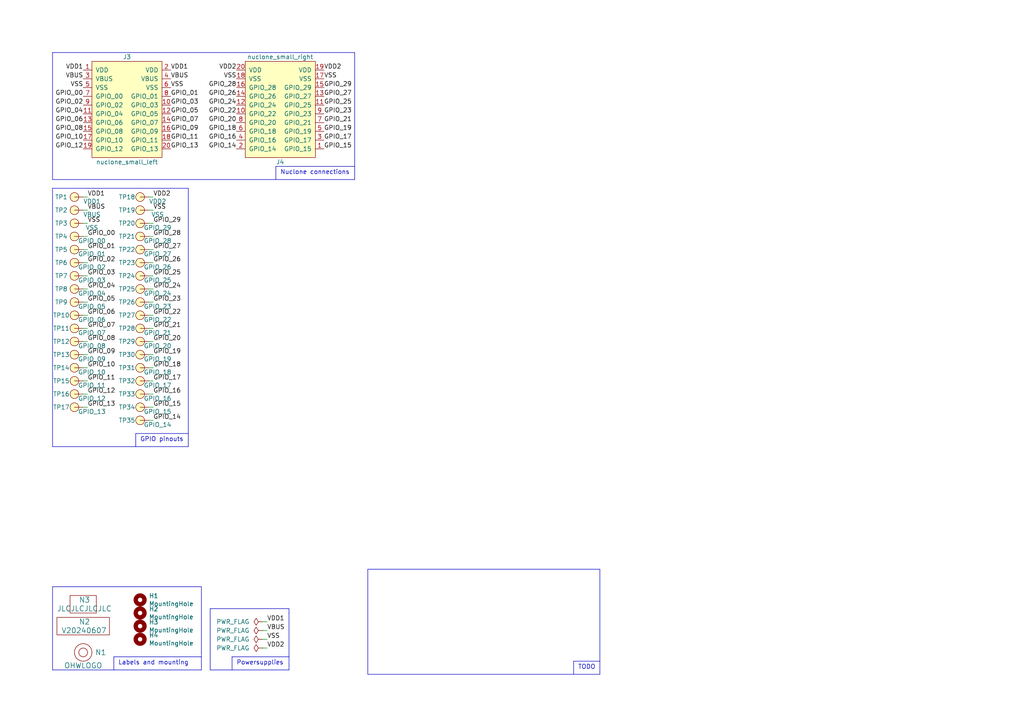
<source format=kicad_sch>
(kicad_sch (version 20231120) (generator "eeschema") (generator_version "8.0")
  (paper "A4")
  (lib_symbols
    (symbol "Mechanical:MountingHole" (pin_names (offset 1.016)) (exclude_from_sim yes) (in_bom no)
      (property "Reference" "H" (at 0 5.08 0))
      (property "Value" "MountingHole" (at 0 3.175 0))
      (symbol "MountingHole_0_1"
        (circle (center 0 0) (radius 1.27) (stroke (width 1.27)))
      )
    )
    (symbol "SquantorConnectorsNamed:nuclone_small_left" (pin_names (offset 1.016))
      (property "Reference" "J" (at 0 15.24 0))
      (property "Value" "nuclone_small_left" (at 0 -15.24 0))
      (symbol "nuclone_small_left_0_1"
        (rectangle (start -10.16 13.97) (end 10.16 -13.97) (fill (type background)))
      )
      (symbol "nuclone_small_left_1_1"
        (pin power_in line (at -12.7 11.43 0) (length 2.54) (name "VDD") (number "1"))
        (pin bidirectional line (at 12.7 1.27 180) (length 2.54) (name "GPIO_03") (number "10"))
        (pin bidirectional line (at -12.7 -1.27 0) (length 2.54) (name "GPIO_04") (number "11"))
        (pin bidirectional line (at 12.7 -1.27 180) (length 2.54) (name "GPIO_05") (number "12"))
        (pin bidirectional line (at -12.7 -3.81 0) (length 2.54) (name "GPIO_06") (number "13"))
        (pin bidirectional line (at 12.7 -3.81 180) (length 2.54) (name "GPIO_07") (number "14"))
        (pin bidirectional line (at -12.7 -6.35 0) (length 2.54) (name "GPIO_08") (number "15"))
        (pin bidirectional line (at 12.7 -6.35 180) (length 2.54) (name "GPIO_09") (number "16"))
        (pin bidirectional line (at -12.7 -8.89 0) (length 2.54) (name "GPIO_10") (number "17"))
        (pin bidirectional line (at 12.7 -8.89 180) (length 2.54) (name "GPIO_11") (number "18"))
        (pin bidirectional line (at -12.7 -11.43 0) (length 2.54) (name "GPIO_12") (number "19"))
        (pin power_in line (at 12.7 11.43 180) (length 2.54) (name "VDD") (number "2"))
        (pin bidirectional line (at 12.7 -11.43 180) (length 2.54) (name "GPIO_13") (number "20"))
        (pin power_in line (at -12.7 8.89 0) (length 2.54) (name "VBUS") (number "3"))
        (pin power_in line (at 12.7 8.89 180) (length 2.54) (name "VBUS") (number "4"))
        (pin power_in line (at -12.7 6.35 0) (length 2.54) (name "VSS") (number "5"))
        (pin power_in line (at 12.7 6.35 180) (length 2.54) (name "VSS") (number "6"))
        (pin bidirectional line (at -12.7 3.81 0) (length 2.54) (name "GPIO_00") (number "7"))
        (pin bidirectional line (at 12.7 3.81 180) (length 2.54) (name "GPIO_01") (number "8"))
        (pin bidirectional line (at -12.7 1.27 0) (length 2.54) (name "GPIO_02") (number "9"))
      )
    )
    (symbol "SquantorConnectorsNamed:nuclone_small_right" (pin_names (offset 1.016))
      (property "Reference" "J" (at 0 -15.24 0))
      (property "Value" "nuclone_small_right" (at 0 15.24 0))
      (symbol "nuclone_small_right_0_1"
        (rectangle (start 10.16 -13.97) (end -10.16 13.97) (fill (type background)))
      )
      (symbol "nuclone_small_right_1_1"
        (pin bidirectional line (at 12.7 -11.43 180) (length 2.54) (name "GPIO_15") (number "1"))
        (pin bidirectional line (at -12.7 -1.27 0) (length 2.54) (name "GPIO_22") (number "10"))
        (pin bidirectional line (at 12.7 1.27 180) (length 2.54) (name "GPIO_25") (number "11"))
        (pin bidirectional line (at -12.7 1.27 0) (length 2.54) (name "GPIO_24") (number "12"))
        (pin bidirectional line (at 12.7 3.81 180) (length 2.54) (name "GPIO_27") (number "13"))
        (pin bidirectional line (at -12.7 3.81 0) (length 2.54) (name "GPIO_26") (number "14"))
        (pin bidirectional line (at 12.7 6.35 180) (length 2.54) (name "GPIO_29") (number "15"))
        (pin bidirectional line (at -12.7 6.35 0) (length 2.54) (name "GPIO_28") (number "16"))
        (pin power_in line (at 12.7 8.89 180) (length 2.54) (name "VSS") (number "17"))
        (pin power_in line (at -12.7 8.89 0) (length 2.54) (name "VSS") (number "18"))
        (pin power_in line (at 12.7 11.43 180) (length 2.54) (name "VDD") (number "19"))
        (pin bidirectional line (at -12.7 -11.43 0) (length 2.54) (name "GPIO_14") (number "2"))
        (pin power_in line (at -12.7 11.43 0) (length 2.54) (name "VDD") (number "20"))
        (pin bidirectional line (at 12.7 -8.89 180) (length 2.54) (name "GPIO_17") (number "3"))
        (pin bidirectional line (at -12.7 -8.89 0) (length 2.54) (name "GPIO_16") (number "4"))
        (pin bidirectional line (at 12.7 -6.35 180) (length 2.54) (name "GPIO_19") (number "5"))
        (pin bidirectional line (at -12.7 -6.35 0) (length 2.54) (name "GPIO_18") (number "6"))
        (pin bidirectional line (at 12.7 -3.81 180) (length 2.54) (name "GPIO_21") (number "7"))
        (pin bidirectional line (at -12.7 -3.81 0) (length 2.54) (name "GPIO_20") (number "8"))
        (pin bidirectional line (at 12.7 -1.27 180) (length 2.54) (name "GPIO_23") (number "9"))
      )
    )
    (symbol "SquantorLabels:Label" (pin_names (offset 1.016))
      (property "Reference" "N" (at 0 1.27 0))
      (property "Value" "Label" (at 0 -1.27 0))
      (symbol "Label_0_1"
        (rectangle (start -3.81 2.54) (end 3.81 -2.54))
      )
    )
    (symbol "SquantorLabels:OHWLOGO" (pin_names (offset 1.016))
      (property "Reference" "N" (at 0 3.81 0))
      (property "Value" "OHWLOGO" (at 0 -3.81 0))
      (symbol "OHWLOGO_0_1"
        (circle (center 0 0) (radius 1.27))
        (circle (center 0 0) (radius 2.54))
      )
    )
    (symbol "SquantorLabels:VYYYYMMDD" (pin_names (offset 1.016))
      (property "Reference" "N" (at 0 2.54 0))
      (property "Value" "VYYYYMMDD" (at 0 0 0))
      (symbol "VYYYYMMDD_0_1"
        (rectangle (start 7.62 -1.27) (end -7.62 3.81))
      )
    )
    (symbol "SquantorProto:testpad" (pin_numbers hide) (pin_names (offset 1.016) hide)
      (property "Reference" "TP" (at 0 2.54 0))
      (property "Value" "testpad" (at 0 -2.54 0))
      (symbol "testpad_0_1"
        (circle (center 0 0) (radius 1.27) (fill (type background)))
      )
      (symbol "testpad_1_1"
        (pin passive line (at -2.54 0 0) (length 2.54) (name "1") (number "1"))
      )
    )
    (symbol "power:PWR_FLAG" (power) (pin_numbers hide) (pin_names (offset 0) hide)
      (property "Value" "PWR_FLAG" (at 0 3.81 0))
      (symbol "PWR_FLAG_0_0"
        (pin power_out line (at 0 0 90) (length 0) (name "~") (number "1"))
      )
      (symbol "PWR_FLAG_0_1"
        (polyline (pts (xy 0 0) (xy 0 1.27) (xy -1.016 1.905) (xy 0 2.54) (xy 1.016 1.905) (xy 0 1.27)))
      )
    )
  )
  (wire (pts (xy 24.13 102.87) (xy 25.4 102.87)))
  (polyline (pts (xy 67.31 190.5) (xy 67.31 190.5)))
  (polyline (pts (xy 39.37 125.73) (xy 39.37 129.54)))
  (wire (pts (xy 24.13 60.96) (xy 25.4 60.96)))
  (wire (pts (xy 24.13 110.49) (xy 25.4 110.49)))
  (polyline (pts (xy 102.87 15.24) (xy 15.24 15.24)))
  (wire (pts (xy 44.45 68.58) (xy 43.18 68.58)))
  (wire (pts (xy 25.4 64.77) (xy 24.13 64.77)))
  (wire (pts (xy 25.4 106.68) (xy 24.13 106.68)))
  (wire (pts (xy 43.18 102.87) (xy 44.45 102.87)))
  (wire (pts (xy 76.2 185.42) (xy 77.47 185.42)))
  (polyline (pts (xy 58.42 194.31) (xy 58.42 170.18)))
  (wire (pts (xy 44.45 118.11) (xy 43.18 118.11)))
  (polyline (pts (xy 54.61 129.54) (xy 54.61 54.61)))
  (polyline (pts (xy 83.82 194.31) (xy 83.82 177.8)))
  (wire (pts (xy 25.4 114.3) (xy 24.13 114.3)))
  (polyline (pts (xy 54.61 125.73) (xy 39.37 125.73)))
  (polyline (pts (xy 15.24 129.54) (xy 54.61 129.54)))
  (wire (pts (xy 25.4 76.2) (xy 24.13 76.2)))
  (polyline (pts (xy 102.87 48.26) (xy 80.01 48.26)))
  (polyline (pts (xy 60.96 194.31) (xy 83.82 194.31)))
  (polyline (pts (xy 106.68 165.1) (xy 173.99 165.1)))
  (polyline (pts (xy 54.61 54.61) (xy 15.24 54.61)))
  (polyline (pts (xy 67.31 190.5) (xy 67.31 194.31)))
  (polyline (pts (xy 173.99 165.1) (xy 173.99 195.58)))
  (wire (pts (xy 24.13 95.25) (xy 25.4 95.25)))
  (polyline (pts (xy 15.24 170.18) (xy 15.24 194.31)))
  (polyline (pts (xy 15.24 54.61) (xy 15.24 129.54)))
  (polyline (pts (xy 58.42 170.18) (xy 15.24 170.18)))
  (wire (pts (xy 44.45 99.06) (xy 43.18 99.06)))
  (wire (pts (xy 44.45 106.68) (xy 43.18 106.68)))
  (wire (pts (xy 43.18 72.39) (xy 44.45 72.39)))
  (wire (pts (xy 43.18 80.01) (xy 44.45 80.01)))
  (wire (pts (xy 76.2 182.88) (xy 77.47 182.88)))
  (wire (pts (xy 24.13 72.39) (xy 25.4 72.39)))
  (wire (pts (xy 25.4 99.06) (xy 24.13 99.06)))
  (wire (pts (xy 43.18 121.92) (xy 44.45 121.92)))
  (wire (pts (xy 43.18 114.3) (xy 44.45 114.3)))
  (polyline (pts (xy 60.96 193.04) (xy 60.96 194.31)))
  (polyline (pts (xy 15.24 194.31) (xy 58.42 194.31)))
  (wire (pts (xy 44.45 60.96) (xy 43.18 60.96)))
  (polyline (pts (xy 80.01 48.26) (xy 80.01 52.07)))
  (polyline (pts (xy 102.87 52.07) (xy 102.87 15.24)))
  (wire (pts (xy 24.13 87.63) (xy 25.4 87.63)))
  (wire (pts (xy 24.13 118.11) (xy 25.4 118.11)))
  (wire (pts (xy 76.2 187.96) (xy 77.47 187.96)))
  (polyline (pts (xy 83.82 190.5) (xy 67.31 190.5)))
  (wire (pts (xy 44.45 91.44) (xy 43.18 91.44)))
  (polyline (pts (xy 15.24 15.24) (xy 15.24 52.07)))
  (polyline (pts (xy 15.24 52.07) (xy 102.87 52.07)))
  (wire (pts (xy 43.18 95.25) (xy 44.45 95.25)))
  (polyline (pts (xy 106.68 195.58) (xy 106.68 165.1)))
  (polyline (pts (xy 83.82 176.53) (xy 60.96 176.53)))
  (wire (pts (xy 25.4 57.15) (xy 24.13 57.15)))
  (polyline (pts (xy 83.82 176.53) (xy 83.82 177.8)))
  (polyline (pts (xy 166.37 195.58) (xy 166.37 191.77)))
  (wire (pts (xy 76.2 180.34) (xy 77.47 180.34)))
  (wire (pts (xy 43.18 57.15) (xy 44.45 57.15)))
  (polyline (pts (xy 58.42 190.5) (xy 33.02 190.5)))
  (wire (pts (xy 25.4 68.58) (xy 24.13 68.58)))
  (wire (pts (xy 25.4 83.82) (xy 24.13 83.82)))
  (wire (pts (xy 25.4 91.44) (xy 24.13 91.44)))
  (wire (pts (xy 43.18 110.49) (xy 44.45 110.49)))
  (wire (pts (xy 43.18 87.63) (xy 44.45 87.63)))
  (polyline (pts (xy 173.99 195.58) (xy 106.68 195.58)))
  (wire (pts (xy 44.45 83.82) (xy 43.18 83.82)))
  (wire (pts (xy 24.13 80.01) (xy 25.4 80.01)))
  (wire (pts (xy 43.18 64.77) (xy 44.45 64.77)))
  (wire (pts (xy 44.45 76.2) (xy 43.18 76.2)))
  (polyline (pts (xy 60.96 176.53) (xy 60.96 193.04)))
  (polyline (pts (xy 33.02 190.5) (xy 33.02 194.31)))
  (polyline (pts (xy 166.37 191.77) (xy 173.99 191.77)))
  (text "Nuclone connections" (at 81.28 50.8 0) (effects (font (size 1.27 1.27)) (justify left bottom)))
  (text "TODO" (at 167.64 194.31 0) (effects (font (size 1.27 1.27)) (justify left bottom)))
  (text "Labels and mounting" (at 34.29 193.04 0) (effects (font (size 1.27 1.27)) (justify left bottom)))
  (text "Powersupplies" (at 68.58 193.04 0) (effects (font (size 1.27 1.27)) (justify left bottom)))
  (text "GPIO pinouts" (at 40.64 128.27 0) (effects (font (size 1.27 1.27)) (justify left bottom)))
  (label "VBUS" (at 49.53 22.86 0))
  (label "GPIO_08" (at 25.4 99.06 0))
  (label "GPIO_24" (at 44.45 83.82 0))
  (label "GPIO_02" (at 25.4 76.2 0))
  (label "GPIO_05" (at 49.53 33.02 0))
  (label "VSS" (at 93.98 22.86 0))
  (label "VDD2" (at 44.45 57.15 0))
  (label "GPIO_27" (at 93.98 27.94 0))
  (label "GPIO_12" (at 25.4 114.3 0))
  (label "GPIO_11" (at 25.4 110.49 0))
  (label "GPIO_20" (at 68.58 35.56 180))
  (label "GPIO_16" (at 68.58 40.64 180))
  (label "VDD2" (at 93.98 20.32 0))
  (label "VSS" (at 77.47 185.42 0))
  (label "GPIO_23" (at 93.98 33.02 0))
  (label "GPIO_04" (at 25.4 83.82 0))
  (label "VSS" (at 49.53 25.4 0))
  (label "VDD1" (at 77.47 180.34 0))
  (label "GPIO_15" (at 93.98 43.18 0))
  (label "GPIO_09" (at 49.53 38.1 0))
  (label "GPIO_26" (at 44.45 76.2 0))
  (label "VBUS" (at 77.47 182.88 0))
  (label "GPIO_03" (at 25.4 80.01 0))
  (label "GPIO_12" (at 24.13 43.18 180))
  (label "GPIO_22" (at 44.45 91.44 0))
  (label "GPIO_22" (at 68.58 33.02 180))
  (label "GPIO_26" (at 68.58 27.94 180))
  (label "GPIO_06" (at 24.13 35.56 180))
  (label "GPIO_19" (at 93.98 38.1 0))
  (label "VDD1" (at 49.53 20.32 0))
  (label "GPIO_29" (at 93.98 25.4 0))
  (label "GPIO_19" (at 44.45 102.87 0))
  (label "VDD1" (at 24.13 20.32 180))
  (label "VDD1" (at 25.4 57.15 0))
  (label "VBUS" (at 24.13 22.86 180))
  (label "GPIO_00" (at 24.13 27.94 180))
  (label "GPIO_07" (at 25.4 95.25 0))
  (label "GPIO_27" (at 44.45 72.39 0))
  (label "GPIO_16" (at 44.45 114.3 0))
  (label "VDD2" (at 68.58 20.32 180))
  (label "GPIO_04" (at 24.13 33.02 180))
  (label "GPIO_03" (at 49.53 30.48 0))
  (label "GPIO_21" (at 93.98 35.56 0))
  (label "GPIO_20" (at 44.45 99.06 0))
  (label "GPIO_10" (at 24.13 40.64 180))
  (label "VBUS" (at 25.4 60.96 0))
  (label "GPIO_29" (at 44.45 64.77 0))
  (label "GPIO_18" (at 68.58 38.1 180))
  (label "GPIO_25" (at 44.45 80.01 0))
  (label "VSS" (at 25.4 64.77 0))
  (label "GPIO_01" (at 25.4 72.39 0))
  (label "GPIO_09" (at 25.4 102.87 0))
  (label "GPIO_23" (at 44.45 87.63 0))
  (label "GPIO_10" (at 25.4 106.68 0))
  (label "GPIO_28" (at 68.58 25.4 180))
  (label "GPIO_05" (at 25.4 87.63 0))
  (label "GPIO_24" (at 68.58 30.48 180))
  (label "VDD2" (at 77.47 187.96 0))
  (label "GPIO_21" (at 44.45 95.25 0))
  (label "GPIO_08" (at 24.13 38.1 180))
  (label "VSS" (at 24.13 25.4 180))
  (label "GPIO_17" (at 44.45 110.49 0))
  (label "VSS" (at 68.58 22.86 180))
  (label "GPIO_25" (at 93.98 30.48 0))
  (label "GPIO_14" (at 44.45 121.92 0))
  (label "GPIO_06" (at 25.4 91.44 0))
  (label "GPIO_14" (at 68.58 43.18 180))
  (label "GPIO_18" (at 44.45 106.68 0))
  (label "GPIO_15" (at 44.45 118.11 0))
  (label "GPIO_02" (at 24.13 30.48 180))
  (label "GPIO_11" (at 49.53 40.64 0))
  (label "GPIO_01" (at 49.53 27.94 0))
  (label "GPIO_13" (at 25.4 118.11 0))
  (label "GPIO_17" (at 93.98 40.64 0))
  (label "GPIO_28" (at 44.45 68.58 0))
  (label "GPIO_13" (at 49.53 43.18 0))
  (label "GPIO_07" (at 49.53 35.56 0))
  (label "GPIO_00" (at 25.4 68.58 0))
  (label "VSS" (at 44.45 60.96 0))
  (symbol (lib_id "SquantorLabels:OHWLOGO") (at 24.13 189.23 0) (unit 1)
    (property "Reference" "N1" (at 29.21 189.23 0) (effects (font (size 1.524 1.524))))
    (property "Value" "OHWLOGO" (at 24.13 193.04 0) (effects (font (size 1.524 1.524))))
    (property "Footprint" "Symbol:OSHW-Symbol_6.7x6mm_SilkScreen" (effects (hide yes)))
  )
  (symbol (lib_id "Mechanical:MountingHole") (at 40.64 185.42 0) (unit 1)
    (property "Reference" "H4" (at 43.18 184.2516 0) (effects (justify left)))
    (property "Value" "MountingHole" (at 43.18 186.563 0) (effects (justify left)))
    (property "Footprint" "SquantorPcbOutline:MountingHole_3.2mm_M3_Pad_Via" (effects (hide yes)))
    (property "Description" "Mounting Hole without connection" (effects (hide yes)))
  )
  (symbol (lib_id "Mechanical:MountingHole") (at 40.64 181.61 0) (unit 1)
    (property "Reference" "H3" (at 43.18 180.4416 0) (effects (justify left)))
    (property "Value" "MountingHole" (at 43.18 182.753 0) (effects (justify left)))
    (property "Footprint" "SquantorPcbOutline:MountingHole_3.2mm_M3_Pad_Via" (effects (hide yes)))
    (property "Description" "Mounting Hole without connection" (effects (hide yes)))
  )
  (symbol (lib_id "Mechanical:MountingHole") (at 40.64 177.8 0) (unit 1)
    (property "Reference" "H2" (at 43.18 176.6316 0) (effects (justify left)))
    (property "Value" "MountingHole" (at 43.18 178.943 0) (effects (justify left)))
    (property "Footprint" "SquantorPcbOutline:MountingHole_3.2mm_M3_Pad_Via" (effects (hide yes)))
    (property "Description" "Mounting Hole without connection" (effects (hide yes)))
  )
  (symbol (lib_id "Mechanical:MountingHole") (at 40.64 173.99 0) (unit 1)
    (property "Reference" "H1" (at 43.18 172.8216 0) (effects (justify left)))
    (property "Value" "MountingHole" (at 43.18 175.133 0) (effects (justify left)))
    (property "Footprint" "SquantorPcbOutline:MountingHole_3.2mm_M3_Pad_Via" (effects (hide yes)))
    (property "Description" "Mounting Hole without connection" (effects (hide yes)))
  )
  (symbol (lib_id "SquantorLabels:VYYYYMMDD") (at 24.13 182.88 0) (unit 1)
    (property "Reference" "N2" (at 22.86 180.34 0) (effects (font (size 1.524 1.524)) (justify left)))
    (property "Value" "V20240607" (at 17.78 182.88 0) (effects (font (size 1.524 1.524)) (justify left)))
    (property "Footprint" "SquantorLabels:Label_Generic" (effects (hide yes)))
  )
  (symbol (lib_id "SquantorConnectorsNamed:nuclone_small_left") (at 36.83 31.75 0) (unit 1)
    (property "Reference" "J3" (at 36.83 16.51 0))
    (property "Value" "nuclone_small_left" (at 36.83 46.99 0))
    (property "Footprint" "SquantorConnectorsNamed:nuclone_small_left_stacked" (effects (hide yes)))
    (property "Description" "small Nuclone left hand connector" (effects (hide yes)))
  )
  (symbol (lib_id "SquantorConnectorsNamed:nuclone_small_right") (at 81.28 31.75 0) (unit 1)
    (property "Reference" "J4" (at 81.28 46.99 0))
    (property "Value" "nuclone_small_right" (at 81.28 16.51 0))
    (property "Footprint" "SquantorConnectorsNamed:nuclone_small_right_stacked" (effects (hide yes)))
    (property "Description" "Small nuclone right hand connector" (effects (hide yes)))
  )
  (symbol (lib_id "SquantorLabels:Label") (at 24.13 175.26 0) (unit 1)
    (property "Reference" "N3" (at 22.86 173.99 0) (effects (font (size 1.524 1.524)) (justify left)))
    (property "Value" "JLCJLCJLCJLC" (at 16.51 176.53 0) (effects (font (size 1.524 1.524)) (justify left)))
    (property "Footprint" "SquantorLabels:Label_Generic" (effects (hide yes)))
  )
  (symbol (lib_id "SquantorProto:testpad") (at 21.59 57.15 180) (unit 1)
    (property "Reference" "TP1" (at 17.78 57.15 0))
    (property "Value" "VDD1" (at 26.67 58.42 0))
    (property "Footprint" "SquantorTestPoints:TestPoint_hole_H05R10_2side" (effects (hide yes)))
    (property "Description" "Round single test pad" (effects (hide yes)))
  )
  (symbol (lib_id "SquantorProto:testpad") (at 21.59 60.96 180) (unit 1)
    (property "Reference" "TP2" (at 17.78 60.96 0))
    (property "Value" "VBUS" (at 26.67 62.23 0))
    (property "Footprint" "SquantorTestPoints:TestPoint_hole_H05R10_2side" (effects (hide yes)))
    (property "Description" "Round single test pad" (effects (hide yes)))
  )
  (symbol (lib_id "SquantorProto:testpad") (at 21.59 64.77 180) (unit 1)
    (property "Reference" "TP3" (at 17.78 64.77 0))
    (property "Value" "VSS" (at 26.67 66.04 0))
    (property "Footprint" "SquantorTestPoints:TestPoint_hole_H05R10_2side" (effects (hide yes)))
    (property "Description" "Round single test pad" (effects (hide yes)))
  )
  (symbol (lib_id "SquantorProto:testpad") (at 21.59 68.58 180) (unit 1)
    (property "Reference" "TP4" (at 17.78 68.58 0))
    (property "Value" "GPIO_00" (at 26.67 69.85 0))
    (property "Footprint" "SquantorTestPoints:TestPoint_hole_H05R10_2side" (effects (hide yes)))
    (property "Description" "Round single test pad" (effects (hide yes)))
  )
  (symbol (lib_id "SquantorProto:testpad") (at 21.59 72.39 180) (unit 1)
    (property "Reference" "TP5" (at 17.78 72.39 0))
    (property "Value" "GPIO_01" (at 26.67 73.66 0))
    (property "Footprint" "SquantorTestPoints:TestPoint_hole_H05R10_2side" (effects (hide yes)))
    (property "Description" "Round single test pad" (effects (hide yes)))
  )
  (symbol (lib_id "SquantorProto:testpad") (at 21.59 76.2 180) (unit 1)
    (property "Reference" "TP6" (at 17.78 76.2 0))
    (property "Value" "GPIO_02" (at 26.67 77.47 0))
    (property "Footprint" "SquantorTestPoints:TestPoint_hole_H05R10_2side" (effects (hide yes)))
    (property "Description" "Round single test pad" (effects (hide yes)))
  )
  (symbol (lib_id "SquantorProto:testpad") (at 21.59 80.01 180) (unit 1)
    (property "Reference" "TP7" (at 17.78 80.01 0))
    (property "Value" "GPIO_03" (at 26.67 81.28 0))
    (property "Footprint" "SquantorTestPoints:TestPoint_hole_H05R10_2side" (effects (hide yes)))
    (property "Description" "Round single test pad" (effects (hide yes)))
  )
  (symbol (lib_id "SquantorProto:testpad") (at 21.59 83.82 180) (unit 1)
    (property "Reference" "TP8" (at 17.78 83.82 0))
    (property "Value" "GPIO_04" (at 26.67 85.09 0))
    (property "Footprint" "SquantorTestPoints:TestPoint_hole_H05R10_2side" (effects (hide yes)))
    (property "Description" "Round single test pad" (effects (hide yes)))
  )
  (symbol (lib_id "SquantorProto:testpad") (at 21.59 87.63 180) (unit 1)
    (property "Reference" "TP9" (at 17.78 87.63 0))
    (property "Value" "GPIO_05" (at 26.67 88.9 0))
    (property "Footprint" "SquantorTestPoints:TestPoint_hole_H05R10_2side" (effects (hide yes)))
    (property "Description" "Round single test pad" (effects (hide yes)))
  )
  (symbol (lib_id "SquantorProto:testpad") (at 21.59 91.44 180) (unit 1)
    (property "Reference" "TP10" (at 17.78 91.44 0))
    (property "Value" "GPIO_06" (at 26.67 92.71 0))
    (property "Footprint" "SquantorTestPoints:TestPoint_hole_H05R10_2side" (effects (hide yes)))
    (property "Description" "Round single test pad" (effects (hide yes)))
  )
  (symbol (lib_id "SquantorProto:testpad") (at 21.59 95.25 180) (unit 1)
    (property "Reference" "TP11" (at 17.78 95.25 0))
    (property "Value" "GPIO_07" (at 26.67 96.52 0))
    (property "Footprint" "SquantorTestPoints:TestPoint_hole_H05R10_2side" (effects (hide yes)))
    (property "Description" "Round single test pad" (effects (hide yes)))
  )
  (symbol (lib_id "SquantorProto:testpad") (at 21.59 99.06 180) (unit 1)
    (property "Reference" "TP12" (at 17.78 99.06 0))
    (property "Value" "GPIO_08" (at 26.67 100.33 0))
    (property "Footprint" "SquantorTestPoints:TestPoint_hole_H05R10_2side" (effects (hide yes)))
    (property "Description" "Round single test pad" (effects (hide yes)))
  )
  (symbol (lib_id "SquantorProto:testpad") (at 21.59 102.87 180) (unit 1)
    (property "Reference" "TP13" (at 17.78 102.87 0))
    (property "Value" "GPIO_09" (at 26.67 104.14 0))
    (property "Footprint" "SquantorTestPoints:TestPoint_hole_H05R10_2side" (effects (hide yes)))
    (property "Description" "Round single test pad" (effects (hide yes)))
  )
  (symbol (lib_id "SquantorProto:testpad") (at 21.59 106.68 180) (unit 1)
    (property "Reference" "TP14" (at 17.78 106.68 0))
    (property "Value" "GPIO_10" (at 26.67 107.95 0))
    (property "Footprint" "SquantorTestPoints:TestPoint_hole_H05R10_2side" (effects (hide yes)))
    (property "Description" "Round single test pad" (effects (hide yes)))
  )
  (symbol (lib_id "SquantorProto:testpad") (at 21.59 110.49 180) (unit 1)
    (property "Reference" "TP15" (at 17.78 110.49 0))
    (property "Value" "GPIO_11" (at 26.67 111.76 0))
    (property "Footprint" "SquantorTestPoints:TestPoint_hole_H05R10_2side" (effects (hide yes)))
    (property "Description" "Round single test pad" (effects (hide yes)))
  )
  (symbol (lib_id "SquantorProto:testpad") (at 21.59 114.3 180) (unit 1)
    (property "Reference" "TP16" (at 17.78 114.3 0))
    (property "Value" "GPIO_12" (at 26.67 115.57 0))
    (property "Footprint" "SquantorTestPoints:TestPoint_hole_H05R10_2side" (effects (hide yes)))
    (property "Description" "Round single test pad" (effects (hide yes)))
  )
  (symbol (lib_id "SquantorProto:testpad") (at 21.59 118.11 180) (unit 1)
    (property "Reference" "TP17" (at 17.78 118.11 0))
    (property "Value" "GPIO_13" (at 26.67 119.38 0))
    (property "Footprint" "SquantorTestPoints:TestPoint_hole_H05R10_2side" (effects (hide yes)))
    (property "Description" "Round single test pad" (effects (hide yes)))
  )
  (symbol (lib_id "SquantorProto:testpad") (at 40.64 57.15 180) (unit 1)
    (property "Reference" "TP18" (at 36.83 57.15 0))
    (property "Value" "VDD2" (at 45.72 58.42 0))
    (property "Footprint" "SquantorTestPoints:TestPoint_hole_H05R10_2side" (effects (hide yes)))
    (property "Description" "Round single test pad" (effects (hide yes)))
  )
  (symbol (lib_id "SquantorProto:testpad") (at 40.64 60.96 180) (unit 1)
    (property "Reference" "TP19" (at 36.83 60.96 0))
    (property "Value" "VSS" (at 45.72 62.23 0))
    (property "Footprint" "SquantorTestPoints:TestPoint_hole_H05R10_2side" (effects (hide yes)))
    (property "Description" "Round single test pad" (effects (hide yes)))
  )
  (symbol (lib_id "SquantorProto:testpad") (at 40.64 72.39 180) (unit 1)
    (property "Reference" "TP22" (at 36.83 72.39 0))
    (property "Value" "GPIO_27" (at 45.72 73.66 0))
    (property "Footprint" "SquantorTestPoints:TestPoint_hole_H05R10_2side" (effects (hide yes)))
    (property "Description" "Round single test pad" (effects (hide yes)))
  )
  (symbol (lib_id "SquantorProto:testpad") (at 40.64 76.2 180) (unit 1)
    (property "Reference" "TP23" (at 36.83 76.2 0))
    (property "Value" "GPIO_26" (at 45.72 77.47 0))
    (property "Footprint" "SquantorTestPoints:TestPoint_hole_H05R10_2side" (effects (hide yes)))
    (property "Description" "Round single test pad" (effects (hide yes)))
  )
  (symbol (lib_id "SquantorProto:testpad") (at 40.64 80.01 180) (unit 1)
    (property "Reference" "TP24" (at 36.83 80.01 0))
    (property "Value" "GPIO_25" (at 45.72 81.28 0))
    (property "Footprint" "SquantorTestPoints:TestPoint_hole_H05R10_2side" (effects (hide yes)))
    (property "Description" "Round single test pad" (effects (hide yes)))
  )
  (symbol (lib_id "SquantorProto:testpad") (at 40.64 83.82 180) (unit 1)
    (property "Reference" "TP25" (at 36.83 83.82 0))
    (property "Value" "GPIO_24" (at 45.72 85.09 0))
    (property "Footprint" "SquantorTestPoints:TestPoint_hole_H05R10_2side" (effects (hide yes)))
    (property "Description" "Round single test pad" (effects (hide yes)))
  )
  (symbol (lib_id "SquantorProto:testpad") (at 40.64 87.63 180) (unit 1)
    (property "Reference" "TP26" (at 36.83 87.63 0))
    (property "Value" "GPIO_23" (at 45.72 88.9 0))
    (property "Footprint" "SquantorTestPoints:TestPoint_hole_H05R10_2side" (effects (hide yes)))
    (property "Description" "Round single test pad" (effects (hide yes)))
  )
  (symbol (lib_id "SquantorProto:testpad") (at 40.64 91.44 180) (unit 1)
    (property "Reference" "TP27" (at 36.83 91.44 0))
    (property "Value" "GPIO_22" (at 45.72 92.71 0))
    (property "Footprint" "SquantorTestPoints:TestPoint_hole_H05R10_2side" (effects (hide yes)))
    (property "Description" "Round single test pad" (effects (hide yes)))
  )
  (symbol (lib_id "SquantorProto:testpad") (at 40.64 95.25 180) (unit 1)
    (property "Reference" "TP28" (at 36.83 95.25 0))
    (property "Value" "GPIO_21" (at 45.72 96.52 0))
    (property "Footprint" "SquantorTestPoints:TestPoint_hole_H05R10_2side" (effects (hide yes)))
    (property "Description" "Round single test pad" (effects (hide yes)))
  )
  (symbol (lib_id "SquantorProto:testpad") (at 40.64 99.06 180) (unit 1)
    (property "Reference" "TP29" (at 36.83 99.06 0))
    (property "Value" "GPIO_20" (at 45.72 100.33 0))
    (property "Footprint" "SquantorTestPoints:TestPoint_hole_H05R10_2side" (effects (hide yes)))
    (property "Description" "Round single test pad" (effects (hide yes)))
  )
  (symbol (lib_id "SquantorProto:testpad") (at 40.64 102.87 180) (unit 1)
    (property "Reference" "TP30" (at 36.83 102.87 0))
    (property "Value" "GPIO_19" (at 45.72 104.14 0))
    (property "Footprint" "SquantorTestPoints:TestPoint_hole_H05R10_2side" (effects (hide yes)))
    (property "Description" "Round single test pad" (effects (hide yes)))
  )
  (symbol (lib_id "SquantorProto:testpad") (at 40.64 106.68 180) (unit 1)
    (property "Reference" "TP31" (at 36.83 106.68 0))
    (property "Value" "GPIO_18" (at 45.72 107.95 0))
    (property "Footprint" "SquantorTestPoints:TestPoint_hole_H05R10_2side" (effects (hide yes)))
    (property "Description" "Round single test pad" (effects (hide yes)))
  )
  (symbol (lib_id "SquantorProto:testpad") (at 40.64 110.49 180) (unit 1)
    (property "Reference" "TP32" (at 36.83 110.49 0))
    (property "Value" "GPIO_17" (at 45.72 111.76 0))
    (property "Footprint" "SquantorTestPoints:TestPoint_hole_H05R10_2side" (effects (hide yes)))
    (property "Description" "Round single test pad" (effects (hide yes)))
  )
  (symbol (lib_id "SquantorProto:testpad") (at 40.64 114.3 180) (unit 1)
    (property "Reference" "TP33" (at 36.83 114.3 0))
    (property "Value" "GPIO_16" (at 45.72 115.57 0))
    (property "Footprint" "SquantorTestPoints:TestPoint_hole_H05R10_2side" (effects (hide yes)))
    (property "Description" "Round single test pad" (effects (hide yes)))
  )
  (symbol (lib_id "SquantorProto:testpad") (at 40.64 118.11 180) (unit 1)
    (property "Reference" "TP34" (at 36.83 118.11 0))
    (property "Value" "GPIO_15" (at 45.72 119.38 0))
    (property "Footprint" "SquantorTestPoints:TestPoint_hole_H05R10_2side" (effects (hide yes)))
    (property "Description" "Round single test pad" (effects (hide yes)))
  )
  (symbol (lib_id "SquantorProto:testpad") (at 40.64 121.92 180) (unit 1)
    (property "Reference" "TP35" (at 36.83 121.92 0))
    (property "Value" "GPIO_14" (at 45.72 123.19 0))
    (property "Footprint" "SquantorTestPoints:TestPoint_hole_H05R10_2side" (effects (hide yes)))
    (property "Description" "Round single test pad" (effects (hide yes)))
  )
  (symbol (lib_id "SquantorProto:testpad") (at 40.64 64.77 180) (unit 1)
    (property "Reference" "TP20" (at 36.83 64.77 0))
    (property "Value" "GPIO_29" (at 45.72 66.04 0))
    (property "Footprint" "SquantorTestPoints:TestPoint_hole_H05R10_2side" (effects (hide yes)))
    (property "Description" "Round single test pad" (effects (hide yes)))
  )
  (symbol (lib_id "SquantorProto:testpad") (at 40.64 68.58 180) (unit 1)
    (property "Reference" "TP21" (at 36.83 68.58 0))
    (property "Value" "GPIO_28" (at 45.72 69.85 0))
    (property "Footprint" "SquantorTestPoints:TestPoint_hole_H05R10_2side" (effects (hide yes)))
    (property "Description" "Round single test pad" (effects (hide yes)))
  )
  (symbol (lib_id "power:PWR_FLAG") (at 76.2 185.42 90) (unit 1)
    (property "Reference" "#FLG03" (effects (hide yes)))
    (property "Value" "PWR_FLAG" (at 72.39 185.42 90) (effects (justify left)))
    (property "Description" "Special symbol for telling ERC where power comes from" (effects (hide yes)))
  )
  (symbol (lib_id "power:PWR_FLAG") (at 76.2 180.34 90) (unit 1)
    (property "Reference" "#FLG01" (effects (hide yes)))
    (property "Value" "PWR_FLAG" (at 72.39 180.34 90) (effects (justify left)))
    (property "Description" "Special symbol for telling ERC where power comes from" (effects (hide yes)))
  )
  (symbol (lib_id "power:PWR_FLAG") (at 76.2 187.96 90) (unit 1)
    (property "Reference" "#FLG04" (effects (hide yes)))
    (property "Value" "PWR_FLAG" (at 72.39 187.96 90) (effects (justify left)))
    (property "Description" "Special symbol for telling ERC where power comes from" (effects (hide yes)))
  )
  (symbol (lib_id "power:PWR_FLAG") (at 76.2 182.88 90) (unit 1)
    (property "Reference" "#FLG02" (effects (hide yes)))
    (property "Value" "PWR_FLAG" (at 72.39 182.88 90) (effects (justify left)))
    (property "Description" "Special symbol for telling ERC where power comes from" (effects (hide yes)))
  )
)
</source>
